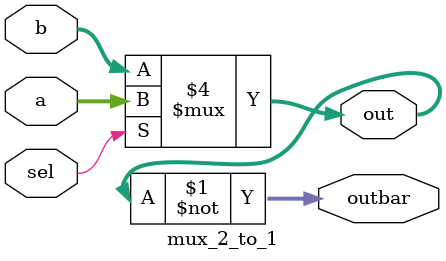
<source format=v>
module mux_2_to_1 (a, b, out, outbar, sel);
	input [7:0] a, b;
    	input sel;
	output [7:0] out, outbar;
	reg [7:0] out;

	assign outbar = ~out;
	
	always @(a or b or sel) begin 
		out = (sel == 1'b1) ? a : b;
	end

endmodule

</source>
